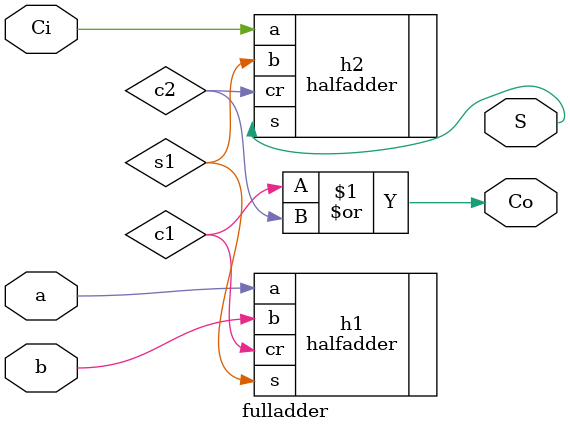
<source format=sv>
`timescale 1ns / 1ps


module fulladder(
input a,
input b,
input Ci,
output Co,
output S
    );
    logic c1;
    logic s1;
    logic c2;
    halfadder h1(.cr(c1),.s(s1),.a(a),.b(b));
    halfadder h2(.cr(c2),.s(S),.a(Ci),.b(s1));
    or or1(Co,c1,c2);

    
    
    
    
    
    
endmodule

</source>
